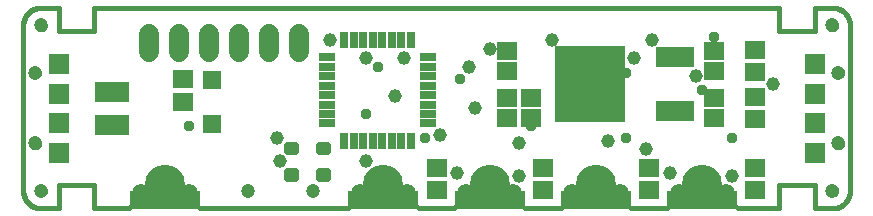
<source format=gbs>
G75*
%MOIN*%
%OFA0B0*%
%FSLAX25Y25*%
%IPPOS*%
%LPD*%
%AMOC8*
5,1,8,0,0,1.08239X$1,22.5*
%
%ADD10C,0.01600*%
%ADD11C,0.00000*%
%ADD12C,0.04737*%
%ADD13C,0.01200*%
%ADD14R,0.12611X0.07099*%
%ADD15R,0.23635X0.25209*%
%ADD16R,0.06706X0.05918*%
%ADD17C,0.05524*%
%ADD18C,0.13461*%
%ADD19R,0.23622X0.05906*%
%ADD20R,0.07099X0.05918*%
%ADD21R,0.03000X0.05800*%
%ADD22R,0.05800X0.03000*%
%ADD23R,0.06312X0.06312*%
%ADD24R,0.06800X0.06800*%
%ADD25C,0.02469*%
%ADD26R,0.11430X0.07099*%
%ADD27C,0.06800*%
%ADD28C,0.03769*%
%ADD29C,0.04550*%
D10*
X0008290Y0025656D02*
X0014195Y0025656D01*
X0014195Y0033530D01*
X0026006Y0033530D01*
X0026006Y0025656D01*
X0037817Y0025656D01*
X0061439Y0025656D02*
X0110652Y0025656D01*
X0134274Y0025656D02*
X0146085Y0025656D01*
X0169707Y0025656D02*
X0181518Y0025656D01*
X0205140Y0025656D02*
X0216951Y0025656D01*
X0240573Y0025656D02*
X0254353Y0025656D01*
X0254353Y0033530D01*
X0266164Y0033530D01*
X0266164Y0025656D01*
X0272069Y0025656D01*
X0272069Y0025655D02*
X0272221Y0025657D01*
X0272373Y0025663D01*
X0272525Y0025673D01*
X0272676Y0025686D01*
X0272827Y0025704D01*
X0272978Y0025725D01*
X0273128Y0025751D01*
X0273277Y0025780D01*
X0273426Y0025813D01*
X0273573Y0025850D01*
X0273720Y0025890D01*
X0273865Y0025935D01*
X0274009Y0025983D01*
X0274152Y0026035D01*
X0274294Y0026090D01*
X0274434Y0026149D01*
X0274573Y0026212D01*
X0274710Y0026278D01*
X0274845Y0026348D01*
X0274978Y0026421D01*
X0275109Y0026498D01*
X0275239Y0026578D01*
X0275366Y0026661D01*
X0275491Y0026747D01*
X0275614Y0026837D01*
X0275734Y0026930D01*
X0275852Y0027026D01*
X0275968Y0027125D01*
X0276081Y0027227D01*
X0276191Y0027331D01*
X0276299Y0027439D01*
X0276403Y0027549D01*
X0276505Y0027662D01*
X0276604Y0027778D01*
X0276700Y0027896D01*
X0276793Y0028016D01*
X0276883Y0028139D01*
X0276969Y0028264D01*
X0277052Y0028391D01*
X0277132Y0028521D01*
X0277209Y0028652D01*
X0277282Y0028785D01*
X0277352Y0028920D01*
X0277418Y0029057D01*
X0277481Y0029196D01*
X0277540Y0029336D01*
X0277595Y0029478D01*
X0277647Y0029621D01*
X0277695Y0029765D01*
X0277740Y0029910D01*
X0277780Y0030057D01*
X0277817Y0030204D01*
X0277850Y0030353D01*
X0277879Y0030502D01*
X0277905Y0030652D01*
X0277926Y0030803D01*
X0277944Y0030954D01*
X0277957Y0031105D01*
X0277967Y0031257D01*
X0277973Y0031409D01*
X0277975Y0031561D01*
X0277975Y0086679D01*
X0277973Y0086831D01*
X0277967Y0086983D01*
X0277957Y0087135D01*
X0277944Y0087286D01*
X0277926Y0087437D01*
X0277905Y0087588D01*
X0277879Y0087738D01*
X0277850Y0087887D01*
X0277817Y0088036D01*
X0277780Y0088183D01*
X0277740Y0088330D01*
X0277695Y0088475D01*
X0277647Y0088619D01*
X0277595Y0088762D01*
X0277540Y0088904D01*
X0277481Y0089044D01*
X0277418Y0089183D01*
X0277352Y0089320D01*
X0277282Y0089455D01*
X0277209Y0089588D01*
X0277132Y0089719D01*
X0277052Y0089849D01*
X0276969Y0089976D01*
X0276883Y0090101D01*
X0276793Y0090224D01*
X0276700Y0090344D01*
X0276604Y0090462D01*
X0276505Y0090578D01*
X0276403Y0090691D01*
X0276299Y0090801D01*
X0276191Y0090909D01*
X0276081Y0091013D01*
X0275968Y0091115D01*
X0275852Y0091214D01*
X0275734Y0091310D01*
X0275614Y0091403D01*
X0275491Y0091493D01*
X0275366Y0091579D01*
X0275239Y0091662D01*
X0275109Y0091742D01*
X0274978Y0091819D01*
X0274845Y0091892D01*
X0274710Y0091962D01*
X0274573Y0092028D01*
X0274434Y0092091D01*
X0274294Y0092150D01*
X0274152Y0092205D01*
X0274009Y0092257D01*
X0273865Y0092305D01*
X0273720Y0092350D01*
X0273573Y0092390D01*
X0273426Y0092427D01*
X0273277Y0092460D01*
X0273128Y0092489D01*
X0272978Y0092515D01*
X0272827Y0092536D01*
X0272676Y0092554D01*
X0272525Y0092567D01*
X0272373Y0092577D01*
X0272221Y0092583D01*
X0272069Y0092585D01*
X0266164Y0092585D01*
X0266164Y0084711D01*
X0254353Y0084711D01*
X0254353Y0092585D01*
X0026006Y0092585D01*
X0026006Y0084711D01*
X0014195Y0084711D01*
X0014195Y0092585D01*
X0008290Y0092585D01*
X0008138Y0092583D01*
X0007986Y0092577D01*
X0007834Y0092567D01*
X0007683Y0092554D01*
X0007532Y0092536D01*
X0007381Y0092515D01*
X0007231Y0092489D01*
X0007082Y0092460D01*
X0006933Y0092427D01*
X0006786Y0092390D01*
X0006639Y0092350D01*
X0006494Y0092305D01*
X0006350Y0092257D01*
X0006207Y0092205D01*
X0006065Y0092150D01*
X0005925Y0092091D01*
X0005786Y0092028D01*
X0005649Y0091962D01*
X0005514Y0091892D01*
X0005381Y0091819D01*
X0005250Y0091742D01*
X0005120Y0091662D01*
X0004993Y0091579D01*
X0004868Y0091493D01*
X0004745Y0091403D01*
X0004625Y0091310D01*
X0004507Y0091214D01*
X0004391Y0091115D01*
X0004278Y0091013D01*
X0004168Y0090909D01*
X0004060Y0090801D01*
X0003956Y0090691D01*
X0003854Y0090578D01*
X0003755Y0090462D01*
X0003659Y0090344D01*
X0003566Y0090224D01*
X0003476Y0090101D01*
X0003390Y0089976D01*
X0003307Y0089849D01*
X0003227Y0089719D01*
X0003150Y0089588D01*
X0003077Y0089455D01*
X0003007Y0089320D01*
X0002941Y0089183D01*
X0002878Y0089044D01*
X0002819Y0088904D01*
X0002764Y0088762D01*
X0002712Y0088619D01*
X0002664Y0088475D01*
X0002619Y0088330D01*
X0002579Y0088183D01*
X0002542Y0088036D01*
X0002509Y0087887D01*
X0002480Y0087738D01*
X0002454Y0087588D01*
X0002433Y0087437D01*
X0002415Y0087286D01*
X0002402Y0087135D01*
X0002392Y0086983D01*
X0002386Y0086831D01*
X0002384Y0086679D01*
X0002384Y0031561D01*
X0002386Y0031409D01*
X0002392Y0031257D01*
X0002402Y0031105D01*
X0002415Y0030954D01*
X0002433Y0030803D01*
X0002454Y0030652D01*
X0002480Y0030502D01*
X0002509Y0030353D01*
X0002542Y0030204D01*
X0002579Y0030057D01*
X0002619Y0029910D01*
X0002664Y0029765D01*
X0002712Y0029621D01*
X0002764Y0029478D01*
X0002819Y0029336D01*
X0002878Y0029196D01*
X0002941Y0029057D01*
X0003007Y0028920D01*
X0003077Y0028785D01*
X0003150Y0028652D01*
X0003227Y0028521D01*
X0003307Y0028391D01*
X0003390Y0028264D01*
X0003476Y0028139D01*
X0003566Y0028016D01*
X0003659Y0027896D01*
X0003755Y0027778D01*
X0003854Y0027662D01*
X0003956Y0027549D01*
X0004060Y0027439D01*
X0004168Y0027331D01*
X0004278Y0027227D01*
X0004391Y0027125D01*
X0004507Y0027026D01*
X0004625Y0026930D01*
X0004745Y0026837D01*
X0004868Y0026747D01*
X0004993Y0026661D01*
X0005120Y0026578D01*
X0005250Y0026498D01*
X0005381Y0026421D01*
X0005514Y0026348D01*
X0005649Y0026278D01*
X0005786Y0026212D01*
X0005925Y0026149D01*
X0006065Y0026090D01*
X0006207Y0026035D01*
X0006350Y0025983D01*
X0006494Y0025935D01*
X0006639Y0025890D01*
X0006786Y0025850D01*
X0006933Y0025813D01*
X0007082Y0025780D01*
X0007231Y0025751D01*
X0007381Y0025725D01*
X0007532Y0025704D01*
X0007683Y0025686D01*
X0007834Y0025673D01*
X0007986Y0025663D01*
X0008138Y0025657D01*
X0008290Y0025655D01*
D11*
X0006321Y0031561D02*
X0006323Y0031649D01*
X0006329Y0031737D01*
X0006339Y0031825D01*
X0006353Y0031913D01*
X0006370Y0031999D01*
X0006392Y0032085D01*
X0006417Y0032169D01*
X0006447Y0032253D01*
X0006479Y0032335D01*
X0006516Y0032415D01*
X0006556Y0032494D01*
X0006600Y0032571D01*
X0006647Y0032646D01*
X0006697Y0032718D01*
X0006751Y0032789D01*
X0006807Y0032856D01*
X0006867Y0032922D01*
X0006929Y0032984D01*
X0006995Y0033044D01*
X0007062Y0033100D01*
X0007133Y0033154D01*
X0007205Y0033204D01*
X0007280Y0033251D01*
X0007357Y0033295D01*
X0007436Y0033335D01*
X0007516Y0033372D01*
X0007598Y0033404D01*
X0007682Y0033434D01*
X0007766Y0033459D01*
X0007852Y0033481D01*
X0007938Y0033498D01*
X0008026Y0033512D01*
X0008114Y0033522D01*
X0008202Y0033528D01*
X0008290Y0033530D01*
X0008378Y0033528D01*
X0008466Y0033522D01*
X0008554Y0033512D01*
X0008642Y0033498D01*
X0008728Y0033481D01*
X0008814Y0033459D01*
X0008898Y0033434D01*
X0008982Y0033404D01*
X0009064Y0033372D01*
X0009144Y0033335D01*
X0009223Y0033295D01*
X0009300Y0033251D01*
X0009375Y0033204D01*
X0009447Y0033154D01*
X0009518Y0033100D01*
X0009585Y0033044D01*
X0009651Y0032984D01*
X0009713Y0032922D01*
X0009773Y0032856D01*
X0009829Y0032789D01*
X0009883Y0032718D01*
X0009933Y0032646D01*
X0009980Y0032571D01*
X0010024Y0032494D01*
X0010064Y0032415D01*
X0010101Y0032335D01*
X0010133Y0032253D01*
X0010163Y0032169D01*
X0010188Y0032085D01*
X0010210Y0031999D01*
X0010227Y0031913D01*
X0010241Y0031825D01*
X0010251Y0031737D01*
X0010257Y0031649D01*
X0010259Y0031561D01*
X0010257Y0031473D01*
X0010251Y0031385D01*
X0010241Y0031297D01*
X0010227Y0031209D01*
X0010210Y0031123D01*
X0010188Y0031037D01*
X0010163Y0030953D01*
X0010133Y0030869D01*
X0010101Y0030787D01*
X0010064Y0030707D01*
X0010024Y0030628D01*
X0009980Y0030551D01*
X0009933Y0030476D01*
X0009883Y0030404D01*
X0009829Y0030333D01*
X0009773Y0030266D01*
X0009713Y0030200D01*
X0009651Y0030138D01*
X0009585Y0030078D01*
X0009518Y0030022D01*
X0009447Y0029968D01*
X0009375Y0029918D01*
X0009300Y0029871D01*
X0009223Y0029827D01*
X0009144Y0029787D01*
X0009064Y0029750D01*
X0008982Y0029718D01*
X0008898Y0029688D01*
X0008814Y0029663D01*
X0008728Y0029641D01*
X0008642Y0029624D01*
X0008554Y0029610D01*
X0008466Y0029600D01*
X0008378Y0029594D01*
X0008290Y0029592D01*
X0008202Y0029594D01*
X0008114Y0029600D01*
X0008026Y0029610D01*
X0007938Y0029624D01*
X0007852Y0029641D01*
X0007766Y0029663D01*
X0007682Y0029688D01*
X0007598Y0029718D01*
X0007516Y0029750D01*
X0007436Y0029787D01*
X0007357Y0029827D01*
X0007280Y0029871D01*
X0007205Y0029918D01*
X0007133Y0029968D01*
X0007062Y0030022D01*
X0006995Y0030078D01*
X0006929Y0030138D01*
X0006867Y0030200D01*
X0006807Y0030266D01*
X0006751Y0030333D01*
X0006697Y0030404D01*
X0006647Y0030476D01*
X0006600Y0030551D01*
X0006556Y0030628D01*
X0006516Y0030707D01*
X0006479Y0030787D01*
X0006447Y0030869D01*
X0006417Y0030953D01*
X0006392Y0031037D01*
X0006370Y0031123D01*
X0006353Y0031209D01*
X0006339Y0031297D01*
X0006329Y0031385D01*
X0006323Y0031473D01*
X0006321Y0031561D01*
X0004352Y0047309D02*
X0004354Y0047397D01*
X0004360Y0047485D01*
X0004370Y0047573D01*
X0004384Y0047661D01*
X0004401Y0047747D01*
X0004423Y0047833D01*
X0004448Y0047917D01*
X0004478Y0048001D01*
X0004510Y0048083D01*
X0004547Y0048163D01*
X0004587Y0048242D01*
X0004631Y0048319D01*
X0004678Y0048394D01*
X0004728Y0048466D01*
X0004782Y0048537D01*
X0004838Y0048604D01*
X0004898Y0048670D01*
X0004960Y0048732D01*
X0005026Y0048792D01*
X0005093Y0048848D01*
X0005164Y0048902D01*
X0005236Y0048952D01*
X0005311Y0048999D01*
X0005388Y0049043D01*
X0005467Y0049083D01*
X0005547Y0049120D01*
X0005629Y0049152D01*
X0005713Y0049182D01*
X0005797Y0049207D01*
X0005883Y0049229D01*
X0005969Y0049246D01*
X0006057Y0049260D01*
X0006145Y0049270D01*
X0006233Y0049276D01*
X0006321Y0049278D01*
X0006409Y0049276D01*
X0006497Y0049270D01*
X0006585Y0049260D01*
X0006673Y0049246D01*
X0006759Y0049229D01*
X0006845Y0049207D01*
X0006929Y0049182D01*
X0007013Y0049152D01*
X0007095Y0049120D01*
X0007175Y0049083D01*
X0007254Y0049043D01*
X0007331Y0048999D01*
X0007406Y0048952D01*
X0007478Y0048902D01*
X0007549Y0048848D01*
X0007616Y0048792D01*
X0007682Y0048732D01*
X0007744Y0048670D01*
X0007804Y0048604D01*
X0007860Y0048537D01*
X0007914Y0048466D01*
X0007964Y0048394D01*
X0008011Y0048319D01*
X0008055Y0048242D01*
X0008095Y0048163D01*
X0008132Y0048083D01*
X0008164Y0048001D01*
X0008194Y0047917D01*
X0008219Y0047833D01*
X0008241Y0047747D01*
X0008258Y0047661D01*
X0008272Y0047573D01*
X0008282Y0047485D01*
X0008288Y0047397D01*
X0008290Y0047309D01*
X0008288Y0047221D01*
X0008282Y0047133D01*
X0008272Y0047045D01*
X0008258Y0046957D01*
X0008241Y0046871D01*
X0008219Y0046785D01*
X0008194Y0046701D01*
X0008164Y0046617D01*
X0008132Y0046535D01*
X0008095Y0046455D01*
X0008055Y0046376D01*
X0008011Y0046299D01*
X0007964Y0046224D01*
X0007914Y0046152D01*
X0007860Y0046081D01*
X0007804Y0046014D01*
X0007744Y0045948D01*
X0007682Y0045886D01*
X0007616Y0045826D01*
X0007549Y0045770D01*
X0007478Y0045716D01*
X0007406Y0045666D01*
X0007331Y0045619D01*
X0007254Y0045575D01*
X0007175Y0045535D01*
X0007095Y0045498D01*
X0007013Y0045466D01*
X0006929Y0045436D01*
X0006845Y0045411D01*
X0006759Y0045389D01*
X0006673Y0045372D01*
X0006585Y0045358D01*
X0006497Y0045348D01*
X0006409Y0045342D01*
X0006321Y0045340D01*
X0006233Y0045342D01*
X0006145Y0045348D01*
X0006057Y0045358D01*
X0005969Y0045372D01*
X0005883Y0045389D01*
X0005797Y0045411D01*
X0005713Y0045436D01*
X0005629Y0045466D01*
X0005547Y0045498D01*
X0005467Y0045535D01*
X0005388Y0045575D01*
X0005311Y0045619D01*
X0005236Y0045666D01*
X0005164Y0045716D01*
X0005093Y0045770D01*
X0005026Y0045826D01*
X0004960Y0045886D01*
X0004898Y0045948D01*
X0004838Y0046014D01*
X0004782Y0046081D01*
X0004728Y0046152D01*
X0004678Y0046224D01*
X0004631Y0046299D01*
X0004587Y0046376D01*
X0004547Y0046455D01*
X0004510Y0046535D01*
X0004478Y0046617D01*
X0004448Y0046701D01*
X0004423Y0046785D01*
X0004401Y0046871D01*
X0004384Y0046957D01*
X0004370Y0047045D01*
X0004360Y0047133D01*
X0004354Y0047221D01*
X0004352Y0047309D01*
X0004352Y0070931D02*
X0004354Y0071019D01*
X0004360Y0071107D01*
X0004370Y0071195D01*
X0004384Y0071283D01*
X0004401Y0071369D01*
X0004423Y0071455D01*
X0004448Y0071539D01*
X0004478Y0071623D01*
X0004510Y0071705D01*
X0004547Y0071785D01*
X0004587Y0071864D01*
X0004631Y0071941D01*
X0004678Y0072016D01*
X0004728Y0072088D01*
X0004782Y0072159D01*
X0004838Y0072226D01*
X0004898Y0072292D01*
X0004960Y0072354D01*
X0005026Y0072414D01*
X0005093Y0072470D01*
X0005164Y0072524D01*
X0005236Y0072574D01*
X0005311Y0072621D01*
X0005388Y0072665D01*
X0005467Y0072705D01*
X0005547Y0072742D01*
X0005629Y0072774D01*
X0005713Y0072804D01*
X0005797Y0072829D01*
X0005883Y0072851D01*
X0005969Y0072868D01*
X0006057Y0072882D01*
X0006145Y0072892D01*
X0006233Y0072898D01*
X0006321Y0072900D01*
X0006409Y0072898D01*
X0006497Y0072892D01*
X0006585Y0072882D01*
X0006673Y0072868D01*
X0006759Y0072851D01*
X0006845Y0072829D01*
X0006929Y0072804D01*
X0007013Y0072774D01*
X0007095Y0072742D01*
X0007175Y0072705D01*
X0007254Y0072665D01*
X0007331Y0072621D01*
X0007406Y0072574D01*
X0007478Y0072524D01*
X0007549Y0072470D01*
X0007616Y0072414D01*
X0007682Y0072354D01*
X0007744Y0072292D01*
X0007804Y0072226D01*
X0007860Y0072159D01*
X0007914Y0072088D01*
X0007964Y0072016D01*
X0008011Y0071941D01*
X0008055Y0071864D01*
X0008095Y0071785D01*
X0008132Y0071705D01*
X0008164Y0071623D01*
X0008194Y0071539D01*
X0008219Y0071455D01*
X0008241Y0071369D01*
X0008258Y0071283D01*
X0008272Y0071195D01*
X0008282Y0071107D01*
X0008288Y0071019D01*
X0008290Y0070931D01*
X0008288Y0070843D01*
X0008282Y0070755D01*
X0008272Y0070667D01*
X0008258Y0070579D01*
X0008241Y0070493D01*
X0008219Y0070407D01*
X0008194Y0070323D01*
X0008164Y0070239D01*
X0008132Y0070157D01*
X0008095Y0070077D01*
X0008055Y0069998D01*
X0008011Y0069921D01*
X0007964Y0069846D01*
X0007914Y0069774D01*
X0007860Y0069703D01*
X0007804Y0069636D01*
X0007744Y0069570D01*
X0007682Y0069508D01*
X0007616Y0069448D01*
X0007549Y0069392D01*
X0007478Y0069338D01*
X0007406Y0069288D01*
X0007331Y0069241D01*
X0007254Y0069197D01*
X0007175Y0069157D01*
X0007095Y0069120D01*
X0007013Y0069088D01*
X0006929Y0069058D01*
X0006845Y0069033D01*
X0006759Y0069011D01*
X0006673Y0068994D01*
X0006585Y0068980D01*
X0006497Y0068970D01*
X0006409Y0068964D01*
X0006321Y0068962D01*
X0006233Y0068964D01*
X0006145Y0068970D01*
X0006057Y0068980D01*
X0005969Y0068994D01*
X0005883Y0069011D01*
X0005797Y0069033D01*
X0005713Y0069058D01*
X0005629Y0069088D01*
X0005547Y0069120D01*
X0005467Y0069157D01*
X0005388Y0069197D01*
X0005311Y0069241D01*
X0005236Y0069288D01*
X0005164Y0069338D01*
X0005093Y0069392D01*
X0005026Y0069448D01*
X0004960Y0069508D01*
X0004898Y0069570D01*
X0004838Y0069636D01*
X0004782Y0069703D01*
X0004728Y0069774D01*
X0004678Y0069846D01*
X0004631Y0069921D01*
X0004587Y0069998D01*
X0004547Y0070077D01*
X0004510Y0070157D01*
X0004478Y0070239D01*
X0004448Y0070323D01*
X0004423Y0070407D01*
X0004401Y0070493D01*
X0004384Y0070579D01*
X0004370Y0070667D01*
X0004360Y0070755D01*
X0004354Y0070843D01*
X0004352Y0070931D01*
X0006321Y0086679D02*
X0006323Y0086767D01*
X0006329Y0086855D01*
X0006339Y0086943D01*
X0006353Y0087031D01*
X0006370Y0087117D01*
X0006392Y0087203D01*
X0006417Y0087287D01*
X0006447Y0087371D01*
X0006479Y0087453D01*
X0006516Y0087533D01*
X0006556Y0087612D01*
X0006600Y0087689D01*
X0006647Y0087764D01*
X0006697Y0087836D01*
X0006751Y0087907D01*
X0006807Y0087974D01*
X0006867Y0088040D01*
X0006929Y0088102D01*
X0006995Y0088162D01*
X0007062Y0088218D01*
X0007133Y0088272D01*
X0007205Y0088322D01*
X0007280Y0088369D01*
X0007357Y0088413D01*
X0007436Y0088453D01*
X0007516Y0088490D01*
X0007598Y0088522D01*
X0007682Y0088552D01*
X0007766Y0088577D01*
X0007852Y0088599D01*
X0007938Y0088616D01*
X0008026Y0088630D01*
X0008114Y0088640D01*
X0008202Y0088646D01*
X0008290Y0088648D01*
X0008378Y0088646D01*
X0008466Y0088640D01*
X0008554Y0088630D01*
X0008642Y0088616D01*
X0008728Y0088599D01*
X0008814Y0088577D01*
X0008898Y0088552D01*
X0008982Y0088522D01*
X0009064Y0088490D01*
X0009144Y0088453D01*
X0009223Y0088413D01*
X0009300Y0088369D01*
X0009375Y0088322D01*
X0009447Y0088272D01*
X0009518Y0088218D01*
X0009585Y0088162D01*
X0009651Y0088102D01*
X0009713Y0088040D01*
X0009773Y0087974D01*
X0009829Y0087907D01*
X0009883Y0087836D01*
X0009933Y0087764D01*
X0009980Y0087689D01*
X0010024Y0087612D01*
X0010064Y0087533D01*
X0010101Y0087453D01*
X0010133Y0087371D01*
X0010163Y0087287D01*
X0010188Y0087203D01*
X0010210Y0087117D01*
X0010227Y0087031D01*
X0010241Y0086943D01*
X0010251Y0086855D01*
X0010257Y0086767D01*
X0010259Y0086679D01*
X0010257Y0086591D01*
X0010251Y0086503D01*
X0010241Y0086415D01*
X0010227Y0086327D01*
X0010210Y0086241D01*
X0010188Y0086155D01*
X0010163Y0086071D01*
X0010133Y0085987D01*
X0010101Y0085905D01*
X0010064Y0085825D01*
X0010024Y0085746D01*
X0009980Y0085669D01*
X0009933Y0085594D01*
X0009883Y0085522D01*
X0009829Y0085451D01*
X0009773Y0085384D01*
X0009713Y0085318D01*
X0009651Y0085256D01*
X0009585Y0085196D01*
X0009518Y0085140D01*
X0009447Y0085086D01*
X0009375Y0085036D01*
X0009300Y0084989D01*
X0009223Y0084945D01*
X0009144Y0084905D01*
X0009064Y0084868D01*
X0008982Y0084836D01*
X0008898Y0084806D01*
X0008814Y0084781D01*
X0008728Y0084759D01*
X0008642Y0084742D01*
X0008554Y0084728D01*
X0008466Y0084718D01*
X0008378Y0084712D01*
X0008290Y0084710D01*
X0008202Y0084712D01*
X0008114Y0084718D01*
X0008026Y0084728D01*
X0007938Y0084742D01*
X0007852Y0084759D01*
X0007766Y0084781D01*
X0007682Y0084806D01*
X0007598Y0084836D01*
X0007516Y0084868D01*
X0007436Y0084905D01*
X0007357Y0084945D01*
X0007280Y0084989D01*
X0007205Y0085036D01*
X0007133Y0085086D01*
X0007062Y0085140D01*
X0006995Y0085196D01*
X0006929Y0085256D01*
X0006867Y0085318D01*
X0006807Y0085384D01*
X0006751Y0085451D01*
X0006697Y0085522D01*
X0006647Y0085594D01*
X0006600Y0085669D01*
X0006556Y0085746D01*
X0006516Y0085825D01*
X0006479Y0085905D01*
X0006447Y0085987D01*
X0006417Y0086071D01*
X0006392Y0086155D01*
X0006370Y0086241D01*
X0006353Y0086327D01*
X0006339Y0086415D01*
X0006329Y0086503D01*
X0006323Y0086591D01*
X0006321Y0086679D01*
X0075218Y0031561D02*
X0075220Y0031649D01*
X0075226Y0031737D01*
X0075236Y0031825D01*
X0075250Y0031913D01*
X0075267Y0031999D01*
X0075289Y0032085D01*
X0075314Y0032169D01*
X0075344Y0032253D01*
X0075376Y0032335D01*
X0075413Y0032415D01*
X0075453Y0032494D01*
X0075497Y0032571D01*
X0075544Y0032646D01*
X0075594Y0032718D01*
X0075648Y0032789D01*
X0075704Y0032856D01*
X0075764Y0032922D01*
X0075826Y0032984D01*
X0075892Y0033044D01*
X0075959Y0033100D01*
X0076030Y0033154D01*
X0076102Y0033204D01*
X0076177Y0033251D01*
X0076254Y0033295D01*
X0076333Y0033335D01*
X0076413Y0033372D01*
X0076495Y0033404D01*
X0076579Y0033434D01*
X0076663Y0033459D01*
X0076749Y0033481D01*
X0076835Y0033498D01*
X0076923Y0033512D01*
X0077011Y0033522D01*
X0077099Y0033528D01*
X0077187Y0033530D01*
X0077275Y0033528D01*
X0077363Y0033522D01*
X0077451Y0033512D01*
X0077539Y0033498D01*
X0077625Y0033481D01*
X0077711Y0033459D01*
X0077795Y0033434D01*
X0077879Y0033404D01*
X0077961Y0033372D01*
X0078041Y0033335D01*
X0078120Y0033295D01*
X0078197Y0033251D01*
X0078272Y0033204D01*
X0078344Y0033154D01*
X0078415Y0033100D01*
X0078482Y0033044D01*
X0078548Y0032984D01*
X0078610Y0032922D01*
X0078670Y0032856D01*
X0078726Y0032789D01*
X0078780Y0032718D01*
X0078830Y0032646D01*
X0078877Y0032571D01*
X0078921Y0032494D01*
X0078961Y0032415D01*
X0078998Y0032335D01*
X0079030Y0032253D01*
X0079060Y0032169D01*
X0079085Y0032085D01*
X0079107Y0031999D01*
X0079124Y0031913D01*
X0079138Y0031825D01*
X0079148Y0031737D01*
X0079154Y0031649D01*
X0079156Y0031561D01*
X0079154Y0031473D01*
X0079148Y0031385D01*
X0079138Y0031297D01*
X0079124Y0031209D01*
X0079107Y0031123D01*
X0079085Y0031037D01*
X0079060Y0030953D01*
X0079030Y0030869D01*
X0078998Y0030787D01*
X0078961Y0030707D01*
X0078921Y0030628D01*
X0078877Y0030551D01*
X0078830Y0030476D01*
X0078780Y0030404D01*
X0078726Y0030333D01*
X0078670Y0030266D01*
X0078610Y0030200D01*
X0078548Y0030138D01*
X0078482Y0030078D01*
X0078415Y0030022D01*
X0078344Y0029968D01*
X0078272Y0029918D01*
X0078197Y0029871D01*
X0078120Y0029827D01*
X0078041Y0029787D01*
X0077961Y0029750D01*
X0077879Y0029718D01*
X0077795Y0029688D01*
X0077711Y0029663D01*
X0077625Y0029641D01*
X0077539Y0029624D01*
X0077451Y0029610D01*
X0077363Y0029600D01*
X0077275Y0029594D01*
X0077187Y0029592D01*
X0077099Y0029594D01*
X0077011Y0029600D01*
X0076923Y0029610D01*
X0076835Y0029624D01*
X0076749Y0029641D01*
X0076663Y0029663D01*
X0076579Y0029688D01*
X0076495Y0029718D01*
X0076413Y0029750D01*
X0076333Y0029787D01*
X0076254Y0029827D01*
X0076177Y0029871D01*
X0076102Y0029918D01*
X0076030Y0029968D01*
X0075959Y0030022D01*
X0075892Y0030078D01*
X0075826Y0030138D01*
X0075764Y0030200D01*
X0075704Y0030266D01*
X0075648Y0030333D01*
X0075594Y0030404D01*
X0075544Y0030476D01*
X0075497Y0030551D01*
X0075453Y0030628D01*
X0075413Y0030707D01*
X0075376Y0030787D01*
X0075344Y0030869D01*
X0075314Y0030953D01*
X0075289Y0031037D01*
X0075267Y0031123D01*
X0075250Y0031209D01*
X0075236Y0031297D01*
X0075226Y0031385D01*
X0075220Y0031473D01*
X0075218Y0031561D01*
X0096872Y0031561D02*
X0096874Y0031649D01*
X0096880Y0031737D01*
X0096890Y0031825D01*
X0096904Y0031913D01*
X0096921Y0031999D01*
X0096943Y0032085D01*
X0096968Y0032169D01*
X0096998Y0032253D01*
X0097030Y0032335D01*
X0097067Y0032415D01*
X0097107Y0032494D01*
X0097151Y0032571D01*
X0097198Y0032646D01*
X0097248Y0032718D01*
X0097302Y0032789D01*
X0097358Y0032856D01*
X0097418Y0032922D01*
X0097480Y0032984D01*
X0097546Y0033044D01*
X0097613Y0033100D01*
X0097684Y0033154D01*
X0097756Y0033204D01*
X0097831Y0033251D01*
X0097908Y0033295D01*
X0097987Y0033335D01*
X0098067Y0033372D01*
X0098149Y0033404D01*
X0098233Y0033434D01*
X0098317Y0033459D01*
X0098403Y0033481D01*
X0098489Y0033498D01*
X0098577Y0033512D01*
X0098665Y0033522D01*
X0098753Y0033528D01*
X0098841Y0033530D01*
X0098929Y0033528D01*
X0099017Y0033522D01*
X0099105Y0033512D01*
X0099193Y0033498D01*
X0099279Y0033481D01*
X0099365Y0033459D01*
X0099449Y0033434D01*
X0099533Y0033404D01*
X0099615Y0033372D01*
X0099695Y0033335D01*
X0099774Y0033295D01*
X0099851Y0033251D01*
X0099926Y0033204D01*
X0099998Y0033154D01*
X0100069Y0033100D01*
X0100136Y0033044D01*
X0100202Y0032984D01*
X0100264Y0032922D01*
X0100324Y0032856D01*
X0100380Y0032789D01*
X0100434Y0032718D01*
X0100484Y0032646D01*
X0100531Y0032571D01*
X0100575Y0032494D01*
X0100615Y0032415D01*
X0100652Y0032335D01*
X0100684Y0032253D01*
X0100714Y0032169D01*
X0100739Y0032085D01*
X0100761Y0031999D01*
X0100778Y0031913D01*
X0100792Y0031825D01*
X0100802Y0031737D01*
X0100808Y0031649D01*
X0100810Y0031561D01*
X0100808Y0031473D01*
X0100802Y0031385D01*
X0100792Y0031297D01*
X0100778Y0031209D01*
X0100761Y0031123D01*
X0100739Y0031037D01*
X0100714Y0030953D01*
X0100684Y0030869D01*
X0100652Y0030787D01*
X0100615Y0030707D01*
X0100575Y0030628D01*
X0100531Y0030551D01*
X0100484Y0030476D01*
X0100434Y0030404D01*
X0100380Y0030333D01*
X0100324Y0030266D01*
X0100264Y0030200D01*
X0100202Y0030138D01*
X0100136Y0030078D01*
X0100069Y0030022D01*
X0099998Y0029968D01*
X0099926Y0029918D01*
X0099851Y0029871D01*
X0099774Y0029827D01*
X0099695Y0029787D01*
X0099615Y0029750D01*
X0099533Y0029718D01*
X0099449Y0029688D01*
X0099365Y0029663D01*
X0099279Y0029641D01*
X0099193Y0029624D01*
X0099105Y0029610D01*
X0099017Y0029600D01*
X0098929Y0029594D01*
X0098841Y0029592D01*
X0098753Y0029594D01*
X0098665Y0029600D01*
X0098577Y0029610D01*
X0098489Y0029624D01*
X0098403Y0029641D01*
X0098317Y0029663D01*
X0098233Y0029688D01*
X0098149Y0029718D01*
X0098067Y0029750D01*
X0097987Y0029787D01*
X0097908Y0029827D01*
X0097831Y0029871D01*
X0097756Y0029918D01*
X0097684Y0029968D01*
X0097613Y0030022D01*
X0097546Y0030078D01*
X0097480Y0030138D01*
X0097418Y0030200D01*
X0097358Y0030266D01*
X0097302Y0030333D01*
X0097248Y0030404D01*
X0097198Y0030476D01*
X0097151Y0030551D01*
X0097107Y0030628D01*
X0097067Y0030707D01*
X0097030Y0030787D01*
X0096998Y0030869D01*
X0096968Y0030953D01*
X0096943Y0031037D01*
X0096921Y0031123D01*
X0096904Y0031209D01*
X0096890Y0031297D01*
X0096880Y0031385D01*
X0096874Y0031473D01*
X0096872Y0031561D01*
X0270100Y0031561D02*
X0270102Y0031649D01*
X0270108Y0031737D01*
X0270118Y0031825D01*
X0270132Y0031913D01*
X0270149Y0031999D01*
X0270171Y0032085D01*
X0270196Y0032169D01*
X0270226Y0032253D01*
X0270258Y0032335D01*
X0270295Y0032415D01*
X0270335Y0032494D01*
X0270379Y0032571D01*
X0270426Y0032646D01*
X0270476Y0032718D01*
X0270530Y0032789D01*
X0270586Y0032856D01*
X0270646Y0032922D01*
X0270708Y0032984D01*
X0270774Y0033044D01*
X0270841Y0033100D01*
X0270912Y0033154D01*
X0270984Y0033204D01*
X0271059Y0033251D01*
X0271136Y0033295D01*
X0271215Y0033335D01*
X0271295Y0033372D01*
X0271377Y0033404D01*
X0271461Y0033434D01*
X0271545Y0033459D01*
X0271631Y0033481D01*
X0271717Y0033498D01*
X0271805Y0033512D01*
X0271893Y0033522D01*
X0271981Y0033528D01*
X0272069Y0033530D01*
X0272157Y0033528D01*
X0272245Y0033522D01*
X0272333Y0033512D01*
X0272421Y0033498D01*
X0272507Y0033481D01*
X0272593Y0033459D01*
X0272677Y0033434D01*
X0272761Y0033404D01*
X0272843Y0033372D01*
X0272923Y0033335D01*
X0273002Y0033295D01*
X0273079Y0033251D01*
X0273154Y0033204D01*
X0273226Y0033154D01*
X0273297Y0033100D01*
X0273364Y0033044D01*
X0273430Y0032984D01*
X0273492Y0032922D01*
X0273552Y0032856D01*
X0273608Y0032789D01*
X0273662Y0032718D01*
X0273712Y0032646D01*
X0273759Y0032571D01*
X0273803Y0032494D01*
X0273843Y0032415D01*
X0273880Y0032335D01*
X0273912Y0032253D01*
X0273942Y0032169D01*
X0273967Y0032085D01*
X0273989Y0031999D01*
X0274006Y0031913D01*
X0274020Y0031825D01*
X0274030Y0031737D01*
X0274036Y0031649D01*
X0274038Y0031561D01*
X0274036Y0031473D01*
X0274030Y0031385D01*
X0274020Y0031297D01*
X0274006Y0031209D01*
X0273989Y0031123D01*
X0273967Y0031037D01*
X0273942Y0030953D01*
X0273912Y0030869D01*
X0273880Y0030787D01*
X0273843Y0030707D01*
X0273803Y0030628D01*
X0273759Y0030551D01*
X0273712Y0030476D01*
X0273662Y0030404D01*
X0273608Y0030333D01*
X0273552Y0030266D01*
X0273492Y0030200D01*
X0273430Y0030138D01*
X0273364Y0030078D01*
X0273297Y0030022D01*
X0273226Y0029968D01*
X0273154Y0029918D01*
X0273079Y0029871D01*
X0273002Y0029827D01*
X0272923Y0029787D01*
X0272843Y0029750D01*
X0272761Y0029718D01*
X0272677Y0029688D01*
X0272593Y0029663D01*
X0272507Y0029641D01*
X0272421Y0029624D01*
X0272333Y0029610D01*
X0272245Y0029600D01*
X0272157Y0029594D01*
X0272069Y0029592D01*
X0271981Y0029594D01*
X0271893Y0029600D01*
X0271805Y0029610D01*
X0271717Y0029624D01*
X0271631Y0029641D01*
X0271545Y0029663D01*
X0271461Y0029688D01*
X0271377Y0029718D01*
X0271295Y0029750D01*
X0271215Y0029787D01*
X0271136Y0029827D01*
X0271059Y0029871D01*
X0270984Y0029918D01*
X0270912Y0029968D01*
X0270841Y0030022D01*
X0270774Y0030078D01*
X0270708Y0030138D01*
X0270646Y0030200D01*
X0270586Y0030266D01*
X0270530Y0030333D01*
X0270476Y0030404D01*
X0270426Y0030476D01*
X0270379Y0030551D01*
X0270335Y0030628D01*
X0270295Y0030707D01*
X0270258Y0030787D01*
X0270226Y0030869D01*
X0270196Y0030953D01*
X0270171Y0031037D01*
X0270149Y0031123D01*
X0270132Y0031209D01*
X0270118Y0031297D01*
X0270108Y0031385D01*
X0270102Y0031473D01*
X0270100Y0031561D01*
X0272069Y0047309D02*
X0272071Y0047397D01*
X0272077Y0047485D01*
X0272087Y0047573D01*
X0272101Y0047661D01*
X0272118Y0047747D01*
X0272140Y0047833D01*
X0272165Y0047917D01*
X0272195Y0048001D01*
X0272227Y0048083D01*
X0272264Y0048163D01*
X0272304Y0048242D01*
X0272348Y0048319D01*
X0272395Y0048394D01*
X0272445Y0048466D01*
X0272499Y0048537D01*
X0272555Y0048604D01*
X0272615Y0048670D01*
X0272677Y0048732D01*
X0272743Y0048792D01*
X0272810Y0048848D01*
X0272881Y0048902D01*
X0272953Y0048952D01*
X0273028Y0048999D01*
X0273105Y0049043D01*
X0273184Y0049083D01*
X0273264Y0049120D01*
X0273346Y0049152D01*
X0273430Y0049182D01*
X0273514Y0049207D01*
X0273600Y0049229D01*
X0273686Y0049246D01*
X0273774Y0049260D01*
X0273862Y0049270D01*
X0273950Y0049276D01*
X0274038Y0049278D01*
X0274126Y0049276D01*
X0274214Y0049270D01*
X0274302Y0049260D01*
X0274390Y0049246D01*
X0274476Y0049229D01*
X0274562Y0049207D01*
X0274646Y0049182D01*
X0274730Y0049152D01*
X0274812Y0049120D01*
X0274892Y0049083D01*
X0274971Y0049043D01*
X0275048Y0048999D01*
X0275123Y0048952D01*
X0275195Y0048902D01*
X0275266Y0048848D01*
X0275333Y0048792D01*
X0275399Y0048732D01*
X0275461Y0048670D01*
X0275521Y0048604D01*
X0275577Y0048537D01*
X0275631Y0048466D01*
X0275681Y0048394D01*
X0275728Y0048319D01*
X0275772Y0048242D01*
X0275812Y0048163D01*
X0275849Y0048083D01*
X0275881Y0048001D01*
X0275911Y0047917D01*
X0275936Y0047833D01*
X0275958Y0047747D01*
X0275975Y0047661D01*
X0275989Y0047573D01*
X0275999Y0047485D01*
X0276005Y0047397D01*
X0276007Y0047309D01*
X0276005Y0047221D01*
X0275999Y0047133D01*
X0275989Y0047045D01*
X0275975Y0046957D01*
X0275958Y0046871D01*
X0275936Y0046785D01*
X0275911Y0046701D01*
X0275881Y0046617D01*
X0275849Y0046535D01*
X0275812Y0046455D01*
X0275772Y0046376D01*
X0275728Y0046299D01*
X0275681Y0046224D01*
X0275631Y0046152D01*
X0275577Y0046081D01*
X0275521Y0046014D01*
X0275461Y0045948D01*
X0275399Y0045886D01*
X0275333Y0045826D01*
X0275266Y0045770D01*
X0275195Y0045716D01*
X0275123Y0045666D01*
X0275048Y0045619D01*
X0274971Y0045575D01*
X0274892Y0045535D01*
X0274812Y0045498D01*
X0274730Y0045466D01*
X0274646Y0045436D01*
X0274562Y0045411D01*
X0274476Y0045389D01*
X0274390Y0045372D01*
X0274302Y0045358D01*
X0274214Y0045348D01*
X0274126Y0045342D01*
X0274038Y0045340D01*
X0273950Y0045342D01*
X0273862Y0045348D01*
X0273774Y0045358D01*
X0273686Y0045372D01*
X0273600Y0045389D01*
X0273514Y0045411D01*
X0273430Y0045436D01*
X0273346Y0045466D01*
X0273264Y0045498D01*
X0273184Y0045535D01*
X0273105Y0045575D01*
X0273028Y0045619D01*
X0272953Y0045666D01*
X0272881Y0045716D01*
X0272810Y0045770D01*
X0272743Y0045826D01*
X0272677Y0045886D01*
X0272615Y0045948D01*
X0272555Y0046014D01*
X0272499Y0046081D01*
X0272445Y0046152D01*
X0272395Y0046224D01*
X0272348Y0046299D01*
X0272304Y0046376D01*
X0272264Y0046455D01*
X0272227Y0046535D01*
X0272195Y0046617D01*
X0272165Y0046701D01*
X0272140Y0046785D01*
X0272118Y0046871D01*
X0272101Y0046957D01*
X0272087Y0047045D01*
X0272077Y0047133D01*
X0272071Y0047221D01*
X0272069Y0047309D01*
X0272069Y0070931D02*
X0272071Y0071019D01*
X0272077Y0071107D01*
X0272087Y0071195D01*
X0272101Y0071283D01*
X0272118Y0071369D01*
X0272140Y0071455D01*
X0272165Y0071539D01*
X0272195Y0071623D01*
X0272227Y0071705D01*
X0272264Y0071785D01*
X0272304Y0071864D01*
X0272348Y0071941D01*
X0272395Y0072016D01*
X0272445Y0072088D01*
X0272499Y0072159D01*
X0272555Y0072226D01*
X0272615Y0072292D01*
X0272677Y0072354D01*
X0272743Y0072414D01*
X0272810Y0072470D01*
X0272881Y0072524D01*
X0272953Y0072574D01*
X0273028Y0072621D01*
X0273105Y0072665D01*
X0273184Y0072705D01*
X0273264Y0072742D01*
X0273346Y0072774D01*
X0273430Y0072804D01*
X0273514Y0072829D01*
X0273600Y0072851D01*
X0273686Y0072868D01*
X0273774Y0072882D01*
X0273862Y0072892D01*
X0273950Y0072898D01*
X0274038Y0072900D01*
X0274126Y0072898D01*
X0274214Y0072892D01*
X0274302Y0072882D01*
X0274390Y0072868D01*
X0274476Y0072851D01*
X0274562Y0072829D01*
X0274646Y0072804D01*
X0274730Y0072774D01*
X0274812Y0072742D01*
X0274892Y0072705D01*
X0274971Y0072665D01*
X0275048Y0072621D01*
X0275123Y0072574D01*
X0275195Y0072524D01*
X0275266Y0072470D01*
X0275333Y0072414D01*
X0275399Y0072354D01*
X0275461Y0072292D01*
X0275521Y0072226D01*
X0275577Y0072159D01*
X0275631Y0072088D01*
X0275681Y0072016D01*
X0275728Y0071941D01*
X0275772Y0071864D01*
X0275812Y0071785D01*
X0275849Y0071705D01*
X0275881Y0071623D01*
X0275911Y0071539D01*
X0275936Y0071455D01*
X0275958Y0071369D01*
X0275975Y0071283D01*
X0275989Y0071195D01*
X0275999Y0071107D01*
X0276005Y0071019D01*
X0276007Y0070931D01*
X0276005Y0070843D01*
X0275999Y0070755D01*
X0275989Y0070667D01*
X0275975Y0070579D01*
X0275958Y0070493D01*
X0275936Y0070407D01*
X0275911Y0070323D01*
X0275881Y0070239D01*
X0275849Y0070157D01*
X0275812Y0070077D01*
X0275772Y0069998D01*
X0275728Y0069921D01*
X0275681Y0069846D01*
X0275631Y0069774D01*
X0275577Y0069703D01*
X0275521Y0069636D01*
X0275461Y0069570D01*
X0275399Y0069508D01*
X0275333Y0069448D01*
X0275266Y0069392D01*
X0275195Y0069338D01*
X0275123Y0069288D01*
X0275048Y0069241D01*
X0274971Y0069197D01*
X0274892Y0069157D01*
X0274812Y0069120D01*
X0274730Y0069088D01*
X0274646Y0069058D01*
X0274562Y0069033D01*
X0274476Y0069011D01*
X0274390Y0068994D01*
X0274302Y0068980D01*
X0274214Y0068970D01*
X0274126Y0068964D01*
X0274038Y0068962D01*
X0273950Y0068964D01*
X0273862Y0068970D01*
X0273774Y0068980D01*
X0273686Y0068994D01*
X0273600Y0069011D01*
X0273514Y0069033D01*
X0273430Y0069058D01*
X0273346Y0069088D01*
X0273264Y0069120D01*
X0273184Y0069157D01*
X0273105Y0069197D01*
X0273028Y0069241D01*
X0272953Y0069288D01*
X0272881Y0069338D01*
X0272810Y0069392D01*
X0272743Y0069448D01*
X0272677Y0069508D01*
X0272615Y0069570D01*
X0272555Y0069636D01*
X0272499Y0069703D01*
X0272445Y0069774D01*
X0272395Y0069846D01*
X0272348Y0069921D01*
X0272304Y0069998D01*
X0272264Y0070077D01*
X0272227Y0070157D01*
X0272195Y0070239D01*
X0272165Y0070323D01*
X0272140Y0070407D01*
X0272118Y0070493D01*
X0272101Y0070579D01*
X0272087Y0070667D01*
X0272077Y0070755D01*
X0272071Y0070843D01*
X0272069Y0070931D01*
X0270100Y0086679D02*
X0270102Y0086767D01*
X0270108Y0086855D01*
X0270118Y0086943D01*
X0270132Y0087031D01*
X0270149Y0087117D01*
X0270171Y0087203D01*
X0270196Y0087287D01*
X0270226Y0087371D01*
X0270258Y0087453D01*
X0270295Y0087533D01*
X0270335Y0087612D01*
X0270379Y0087689D01*
X0270426Y0087764D01*
X0270476Y0087836D01*
X0270530Y0087907D01*
X0270586Y0087974D01*
X0270646Y0088040D01*
X0270708Y0088102D01*
X0270774Y0088162D01*
X0270841Y0088218D01*
X0270912Y0088272D01*
X0270984Y0088322D01*
X0271059Y0088369D01*
X0271136Y0088413D01*
X0271215Y0088453D01*
X0271295Y0088490D01*
X0271377Y0088522D01*
X0271461Y0088552D01*
X0271545Y0088577D01*
X0271631Y0088599D01*
X0271717Y0088616D01*
X0271805Y0088630D01*
X0271893Y0088640D01*
X0271981Y0088646D01*
X0272069Y0088648D01*
X0272157Y0088646D01*
X0272245Y0088640D01*
X0272333Y0088630D01*
X0272421Y0088616D01*
X0272507Y0088599D01*
X0272593Y0088577D01*
X0272677Y0088552D01*
X0272761Y0088522D01*
X0272843Y0088490D01*
X0272923Y0088453D01*
X0273002Y0088413D01*
X0273079Y0088369D01*
X0273154Y0088322D01*
X0273226Y0088272D01*
X0273297Y0088218D01*
X0273364Y0088162D01*
X0273430Y0088102D01*
X0273492Y0088040D01*
X0273552Y0087974D01*
X0273608Y0087907D01*
X0273662Y0087836D01*
X0273712Y0087764D01*
X0273759Y0087689D01*
X0273803Y0087612D01*
X0273843Y0087533D01*
X0273880Y0087453D01*
X0273912Y0087371D01*
X0273942Y0087287D01*
X0273967Y0087203D01*
X0273989Y0087117D01*
X0274006Y0087031D01*
X0274020Y0086943D01*
X0274030Y0086855D01*
X0274036Y0086767D01*
X0274038Y0086679D01*
X0274036Y0086591D01*
X0274030Y0086503D01*
X0274020Y0086415D01*
X0274006Y0086327D01*
X0273989Y0086241D01*
X0273967Y0086155D01*
X0273942Y0086071D01*
X0273912Y0085987D01*
X0273880Y0085905D01*
X0273843Y0085825D01*
X0273803Y0085746D01*
X0273759Y0085669D01*
X0273712Y0085594D01*
X0273662Y0085522D01*
X0273608Y0085451D01*
X0273552Y0085384D01*
X0273492Y0085318D01*
X0273430Y0085256D01*
X0273364Y0085196D01*
X0273297Y0085140D01*
X0273226Y0085086D01*
X0273154Y0085036D01*
X0273079Y0084989D01*
X0273002Y0084945D01*
X0272923Y0084905D01*
X0272843Y0084868D01*
X0272761Y0084836D01*
X0272677Y0084806D01*
X0272593Y0084781D01*
X0272507Y0084759D01*
X0272421Y0084742D01*
X0272333Y0084728D01*
X0272245Y0084718D01*
X0272157Y0084712D01*
X0272069Y0084710D01*
X0271981Y0084712D01*
X0271893Y0084718D01*
X0271805Y0084728D01*
X0271717Y0084742D01*
X0271631Y0084759D01*
X0271545Y0084781D01*
X0271461Y0084806D01*
X0271377Y0084836D01*
X0271295Y0084868D01*
X0271215Y0084905D01*
X0271136Y0084945D01*
X0271059Y0084989D01*
X0270984Y0085036D01*
X0270912Y0085086D01*
X0270841Y0085140D01*
X0270774Y0085196D01*
X0270708Y0085256D01*
X0270646Y0085318D01*
X0270586Y0085384D01*
X0270530Y0085451D01*
X0270476Y0085522D01*
X0270426Y0085594D01*
X0270379Y0085669D01*
X0270335Y0085746D01*
X0270295Y0085825D01*
X0270258Y0085905D01*
X0270226Y0085987D01*
X0270196Y0086071D01*
X0270171Y0086155D01*
X0270149Y0086241D01*
X0270132Y0086327D01*
X0270118Y0086415D01*
X0270108Y0086503D01*
X0270102Y0086591D01*
X0270100Y0086679D01*
D12*
X0272069Y0086679D03*
X0274038Y0070931D03*
X0274038Y0047309D03*
X0272069Y0031561D03*
X0098841Y0031561D03*
X0077187Y0031561D03*
X0008290Y0031561D03*
X0006321Y0047309D03*
X0006321Y0070931D03*
X0008290Y0086679D03*
D13*
X0039786Y0027624D02*
X0059471Y0027624D01*
X0061439Y0025656D01*
X0039786Y0027624D02*
X0037817Y0025656D01*
X0110652Y0025656D02*
X0112620Y0027624D01*
X0132306Y0027624D01*
X0134274Y0025656D01*
X0146085Y0025656D02*
X0148054Y0027624D01*
X0167739Y0027624D01*
X0169707Y0025656D01*
X0181518Y0025656D02*
X0183487Y0027624D01*
X0203172Y0027624D01*
X0205140Y0025656D01*
X0216951Y0025656D02*
X0218920Y0027624D01*
X0238605Y0027624D01*
X0240573Y0025656D01*
D14*
X0219628Y0057994D03*
X0219628Y0075994D03*
D15*
X0191361Y0066994D03*
D16*
X0171676Y0062467D03*
X0163802Y0062467D03*
X0163802Y0055774D03*
X0171676Y0055774D03*
X0163802Y0071522D03*
X0163802Y0078215D03*
X0232699Y0078215D03*
X0232699Y0071522D03*
X0232699Y0062467D03*
X0232699Y0055774D03*
D17*
X0236636Y0031049D03*
X0220888Y0031049D03*
X0201203Y0031049D03*
X0185455Y0031049D03*
X0165770Y0031049D03*
X0150022Y0031049D03*
X0130337Y0031049D03*
X0114589Y0031049D03*
X0057502Y0031049D03*
X0041754Y0031049D03*
D18*
X0049628Y0033530D03*
X0122463Y0033530D03*
X0157896Y0033530D03*
X0193329Y0033530D03*
X0228762Y0033530D03*
D19*
X0228762Y0028608D03*
X0193329Y0028608D03*
X0157896Y0028608D03*
X0122463Y0028608D03*
X0049628Y0028608D03*
D20*
X0140180Y0031758D03*
X0140180Y0039238D03*
X0175613Y0039238D03*
X0175613Y0031758D03*
X0211046Y0031758D03*
X0211046Y0039238D03*
X0246479Y0039238D03*
X0246479Y0031758D03*
X0246479Y0055380D03*
X0246479Y0062860D03*
X0246479Y0071128D03*
X0246479Y0078608D03*
X0055534Y0068766D03*
X0055534Y0061286D03*
D21*
X0109471Y0048126D03*
X0112620Y0048126D03*
X0115770Y0048126D03*
X0118920Y0048126D03*
X0122069Y0048126D03*
X0125219Y0048126D03*
X0128369Y0048126D03*
X0131518Y0048126D03*
X0131518Y0081926D03*
X0128369Y0081926D03*
X0125219Y0081926D03*
X0122069Y0081926D03*
X0118920Y0081926D03*
X0115770Y0081926D03*
X0112620Y0081926D03*
X0109471Y0081926D03*
D22*
X0103594Y0076049D03*
X0103594Y0072900D03*
X0103594Y0069750D03*
X0103594Y0066600D03*
X0103594Y0063451D03*
X0103594Y0060301D03*
X0103594Y0057152D03*
X0103594Y0054002D03*
X0137394Y0054002D03*
X0137394Y0057152D03*
X0137394Y0060301D03*
X0137394Y0063451D03*
X0137394Y0066600D03*
X0137394Y0069750D03*
X0137394Y0072900D03*
X0137394Y0076049D03*
D23*
X0065376Y0068372D03*
X0065376Y0053805D03*
D24*
X0014195Y0054199D03*
X0014195Y0063884D03*
X0014195Y0073884D03*
X0014195Y0044199D03*
X0266164Y0044199D03*
X0266164Y0054199D03*
X0266164Y0063884D03*
X0266164Y0073884D03*
D25*
X0103534Y0044655D02*
X0100872Y0044655D01*
X0100872Y0046845D01*
X0103534Y0046845D01*
X0103534Y0044655D01*
X0092873Y0044655D02*
X0090211Y0044655D01*
X0090211Y0046845D01*
X0092873Y0046845D01*
X0092873Y0044655D01*
X0092873Y0035962D02*
X0090211Y0035962D01*
X0090211Y0038152D01*
X0092873Y0038152D01*
X0092873Y0035962D01*
X0100872Y0035962D02*
X0103534Y0035962D01*
X0100872Y0035962D02*
X0100872Y0038152D01*
X0103534Y0038152D01*
X0103534Y0035962D01*
D26*
X0031912Y0053608D03*
X0031912Y0064632D03*
D27*
X0044313Y0077774D02*
X0044313Y0083774D01*
X0054313Y0083774D02*
X0054313Y0077774D01*
X0064313Y0077774D02*
X0064313Y0083774D01*
X0074313Y0083774D02*
X0074313Y0077774D01*
X0084313Y0077774D02*
X0084313Y0083774D01*
X0094313Y0083774D02*
X0094313Y0077774D01*
D28*
X0120494Y0072900D03*
X0148054Y0068963D03*
X0116557Y0057152D03*
X0136243Y0049278D03*
X0171676Y0053215D03*
X0203172Y0049278D03*
X0238605Y0049278D03*
X0228762Y0065026D03*
X0203172Y0070931D03*
X0185455Y0065026D03*
X0232699Y0082742D03*
X0057502Y0053215D03*
X0033880Y0065026D03*
D29*
X0087030Y0049278D03*
X0088014Y0041404D03*
X0116557Y0041404D03*
X0141164Y0050262D03*
X0167739Y0047309D03*
X0147069Y0037467D03*
X0167739Y0036482D03*
X0197266Y0048293D03*
X0210061Y0045341D03*
X0217935Y0037467D03*
X0238605Y0036482D03*
X0152975Y0059120D03*
X0126400Y0063057D03*
X0151006Y0072900D03*
X0157896Y0078805D03*
X0178565Y0081758D03*
X0206124Y0075852D03*
X0212030Y0081758D03*
X0226794Y0069947D03*
X0252384Y0066994D03*
X0129353Y0075852D03*
X0116557Y0075852D03*
X0104746Y0081758D03*
M02*

</source>
